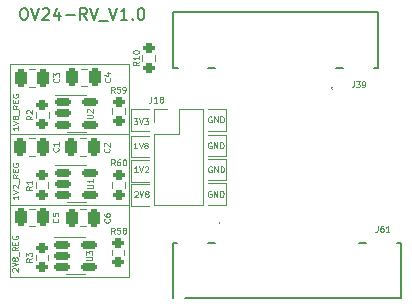
<source format=gto>
G04 #@! TF.GenerationSoftware,KiCad,Pcbnew,9.0.0*
G04 #@! TF.CreationDate,2025-09-01T10:59:56+03:00*
G04 #@! TF.ProjectId,OV24-RV_V1.0,4f563234-2d52-4565-9f56-312e302e6b69,rev?*
G04 #@! TF.SameCoordinates,Original*
G04 #@! TF.FileFunction,Legend,Top*
G04 #@! TF.FilePolarity,Positive*
%FSLAX46Y46*%
G04 Gerber Fmt 4.6, Leading zero omitted, Abs format (unit mm)*
G04 Created by KiCad (PCBNEW 9.0.0) date 2025-09-01 10:59:56*
%MOMM*%
%LPD*%
G01*
G04 APERTURE LIST*
G04 Aperture macros list*
%AMRoundRect*
0 Rectangle with rounded corners*
0 $1 Rounding radius*
0 $2 $3 $4 $5 $6 $7 $8 $9 X,Y pos of 4 corners*
0 Add a 4 corners polygon primitive as box body*
4,1,4,$2,$3,$4,$5,$6,$7,$8,$9,$2,$3,0*
0 Add four circle primitives for the rounded corners*
1,1,$1+$1,$2,$3*
1,1,$1+$1,$4,$5*
1,1,$1+$1,$6,$7*
1,1,$1+$1,$8,$9*
0 Add four rect primitives between the rounded corners*
20,1,$1+$1,$2,$3,$4,$5,0*
20,1,$1+$1,$4,$5,$6,$7,0*
20,1,$1+$1,$6,$7,$8,$9,0*
20,1,$1+$1,$8,$9,$2,$3,0*%
G04 Aperture macros list end*
%ADD10C,0.125000*%
%ADD11C,0.050000*%
%ADD12C,0.150000*%
%ADD13C,0.120000*%
%ADD14C,0.100000*%
%ADD15C,0.200000*%
%ADD16R,2.100000X1.600000*%
%ADD17R,1.300000X0.350000*%
%ADD18R,0.300000X1.100000*%
%ADD19RoundRect,0.200000X-0.275000X0.200000X-0.275000X-0.200000X0.275000X-0.200000X0.275000X0.200000X0*%
%ADD20RoundRect,0.150000X-0.512500X-0.150000X0.512500X-0.150000X0.512500X0.150000X-0.512500X0.150000X0*%
%ADD21RoundRect,0.250000X0.250000X0.475000X-0.250000X0.475000X-0.250000X-0.475000X0.250000X-0.475000X0*%
%ADD22R,1.350000X1.350000*%
%ADD23O,1.350000X1.350000*%
%ADD24RoundRect,0.200000X0.275000X-0.200000X0.275000X0.200000X-0.275000X0.200000X-0.275000X-0.200000X0*%
G04 APERTURE END LIST*
D10*
X54543678Y-82983775D02*
X54519869Y-82959966D01*
X54519869Y-82959966D02*
X54496059Y-82912347D01*
X54496059Y-82912347D02*
X54496059Y-82793299D01*
X54496059Y-82793299D02*
X54519869Y-82745680D01*
X54519869Y-82745680D02*
X54543678Y-82721871D01*
X54543678Y-82721871D02*
X54591297Y-82698061D01*
X54591297Y-82698061D02*
X54638916Y-82698061D01*
X54638916Y-82698061D02*
X54710345Y-82721871D01*
X54710345Y-82721871D02*
X54996059Y-83007585D01*
X54996059Y-83007585D02*
X54996059Y-82698061D01*
X54496059Y-82555204D02*
X54996059Y-82388538D01*
X54996059Y-82388538D02*
X54496059Y-82221871D01*
X54710345Y-81983776D02*
X54686535Y-82031395D01*
X54686535Y-82031395D02*
X54662726Y-82055205D01*
X54662726Y-82055205D02*
X54615107Y-82079014D01*
X54615107Y-82079014D02*
X54591297Y-82079014D01*
X54591297Y-82079014D02*
X54543678Y-82055205D01*
X54543678Y-82055205D02*
X54519869Y-82031395D01*
X54519869Y-82031395D02*
X54496059Y-81983776D01*
X54496059Y-81983776D02*
X54496059Y-81888538D01*
X54496059Y-81888538D02*
X54519869Y-81840919D01*
X54519869Y-81840919D02*
X54543678Y-81817110D01*
X54543678Y-81817110D02*
X54591297Y-81793300D01*
X54591297Y-81793300D02*
X54615107Y-81793300D01*
X54615107Y-81793300D02*
X54662726Y-81817110D01*
X54662726Y-81817110D02*
X54686535Y-81840919D01*
X54686535Y-81840919D02*
X54710345Y-81888538D01*
X54710345Y-81888538D02*
X54710345Y-81983776D01*
X54710345Y-81983776D02*
X54734154Y-82031395D01*
X54734154Y-82031395D02*
X54757964Y-82055205D01*
X54757964Y-82055205D02*
X54805583Y-82079014D01*
X54805583Y-82079014D02*
X54900821Y-82079014D01*
X54900821Y-82079014D02*
X54948440Y-82055205D01*
X54948440Y-82055205D02*
X54972250Y-82031395D01*
X54972250Y-82031395D02*
X54996059Y-81983776D01*
X54996059Y-81983776D02*
X54996059Y-81888538D01*
X54996059Y-81888538D02*
X54972250Y-81840919D01*
X54972250Y-81840919D02*
X54948440Y-81817110D01*
X54948440Y-81817110D02*
X54900821Y-81793300D01*
X54900821Y-81793300D02*
X54805583Y-81793300D01*
X54805583Y-81793300D02*
X54757964Y-81817110D01*
X54757964Y-81817110D02*
X54734154Y-81840919D01*
X54734154Y-81840919D02*
X54710345Y-81888538D01*
X55043678Y-81698063D02*
X55043678Y-81317110D01*
X54996059Y-80912349D02*
X54757964Y-81079015D01*
X54996059Y-81198063D02*
X54496059Y-81198063D01*
X54496059Y-81198063D02*
X54496059Y-81007587D01*
X54496059Y-81007587D02*
X54519869Y-80959968D01*
X54519869Y-80959968D02*
X54543678Y-80936158D01*
X54543678Y-80936158D02*
X54591297Y-80912349D01*
X54591297Y-80912349D02*
X54662726Y-80912349D01*
X54662726Y-80912349D02*
X54710345Y-80936158D01*
X54710345Y-80936158D02*
X54734154Y-80959968D01*
X54734154Y-80959968D02*
X54757964Y-81007587D01*
X54757964Y-81007587D02*
X54757964Y-81198063D01*
X54734154Y-80698063D02*
X54734154Y-80531396D01*
X54996059Y-80459968D02*
X54996059Y-80698063D01*
X54996059Y-80698063D02*
X54496059Y-80698063D01*
X54496059Y-80698063D02*
X54496059Y-80459968D01*
X54519869Y-79983777D02*
X54496059Y-80031396D01*
X54496059Y-80031396D02*
X54496059Y-80102825D01*
X54496059Y-80102825D02*
X54519869Y-80174253D01*
X54519869Y-80174253D02*
X54567488Y-80221872D01*
X54567488Y-80221872D02*
X54615107Y-80245682D01*
X54615107Y-80245682D02*
X54710345Y-80269491D01*
X54710345Y-80269491D02*
X54781773Y-80269491D01*
X54781773Y-80269491D02*
X54877011Y-80245682D01*
X54877011Y-80245682D02*
X54924630Y-80221872D01*
X54924630Y-80221872D02*
X54972250Y-80174253D01*
X54972250Y-80174253D02*
X54996059Y-80102825D01*
X54996059Y-80102825D02*
X54996059Y-80055206D01*
X54996059Y-80055206D02*
X54972250Y-79983777D01*
X54972250Y-79983777D02*
X54948440Y-79959968D01*
X54948440Y-79959968D02*
X54781773Y-79959968D01*
X54781773Y-79959968D02*
X54781773Y-80055206D01*
X55026059Y-76548061D02*
X55026059Y-76833775D01*
X55026059Y-76690918D02*
X54526059Y-76690918D01*
X54526059Y-76690918D02*
X54597488Y-76738537D01*
X54597488Y-76738537D02*
X54645107Y-76786156D01*
X54645107Y-76786156D02*
X54668916Y-76833775D01*
X54526059Y-76405204D02*
X55026059Y-76238538D01*
X55026059Y-76238538D02*
X54526059Y-76071871D01*
X54573678Y-75929014D02*
X54549869Y-75905205D01*
X54549869Y-75905205D02*
X54526059Y-75857586D01*
X54526059Y-75857586D02*
X54526059Y-75738538D01*
X54526059Y-75738538D02*
X54549869Y-75690919D01*
X54549869Y-75690919D02*
X54573678Y-75667110D01*
X54573678Y-75667110D02*
X54621297Y-75643300D01*
X54621297Y-75643300D02*
X54668916Y-75643300D01*
X54668916Y-75643300D02*
X54740345Y-75667110D01*
X54740345Y-75667110D02*
X55026059Y-75952824D01*
X55026059Y-75952824D02*
X55026059Y-75643300D01*
X55073678Y-75548063D02*
X55073678Y-75167110D01*
X55026059Y-74762349D02*
X54787964Y-74929015D01*
X55026059Y-75048063D02*
X54526059Y-75048063D01*
X54526059Y-75048063D02*
X54526059Y-74857587D01*
X54526059Y-74857587D02*
X54549869Y-74809968D01*
X54549869Y-74809968D02*
X54573678Y-74786158D01*
X54573678Y-74786158D02*
X54621297Y-74762349D01*
X54621297Y-74762349D02*
X54692726Y-74762349D01*
X54692726Y-74762349D02*
X54740345Y-74786158D01*
X54740345Y-74786158D02*
X54764154Y-74809968D01*
X54764154Y-74809968D02*
X54787964Y-74857587D01*
X54787964Y-74857587D02*
X54787964Y-75048063D01*
X54764154Y-74548063D02*
X54764154Y-74381396D01*
X55026059Y-74309968D02*
X55026059Y-74548063D01*
X55026059Y-74548063D02*
X54526059Y-74548063D01*
X54526059Y-74548063D02*
X54526059Y-74309968D01*
X54549869Y-73833777D02*
X54526059Y-73881396D01*
X54526059Y-73881396D02*
X54526059Y-73952825D01*
X54526059Y-73952825D02*
X54549869Y-74024253D01*
X54549869Y-74024253D02*
X54597488Y-74071872D01*
X54597488Y-74071872D02*
X54645107Y-74095682D01*
X54645107Y-74095682D02*
X54740345Y-74119491D01*
X54740345Y-74119491D02*
X54811773Y-74119491D01*
X54811773Y-74119491D02*
X54907011Y-74095682D01*
X54907011Y-74095682D02*
X54954630Y-74071872D01*
X54954630Y-74071872D02*
X55002250Y-74024253D01*
X55002250Y-74024253D02*
X55026059Y-73952825D01*
X55026059Y-73952825D02*
X55026059Y-73905206D01*
X55026059Y-73905206D02*
X55002250Y-73833777D01*
X55002250Y-73833777D02*
X54978440Y-73809968D01*
X54978440Y-73809968D02*
X54811773Y-73809968D01*
X54811773Y-73809968D02*
X54811773Y-73905206D01*
X55026059Y-70698061D02*
X55026059Y-70983775D01*
X55026059Y-70840918D02*
X54526059Y-70840918D01*
X54526059Y-70840918D02*
X54597488Y-70888537D01*
X54597488Y-70888537D02*
X54645107Y-70936156D01*
X54645107Y-70936156D02*
X54668916Y-70983775D01*
X54526059Y-70555204D02*
X55026059Y-70388538D01*
X55026059Y-70388538D02*
X54526059Y-70221871D01*
X54740345Y-69983776D02*
X54716535Y-70031395D01*
X54716535Y-70031395D02*
X54692726Y-70055205D01*
X54692726Y-70055205D02*
X54645107Y-70079014D01*
X54645107Y-70079014D02*
X54621297Y-70079014D01*
X54621297Y-70079014D02*
X54573678Y-70055205D01*
X54573678Y-70055205D02*
X54549869Y-70031395D01*
X54549869Y-70031395D02*
X54526059Y-69983776D01*
X54526059Y-69983776D02*
X54526059Y-69888538D01*
X54526059Y-69888538D02*
X54549869Y-69840919D01*
X54549869Y-69840919D02*
X54573678Y-69817110D01*
X54573678Y-69817110D02*
X54621297Y-69793300D01*
X54621297Y-69793300D02*
X54645107Y-69793300D01*
X54645107Y-69793300D02*
X54692726Y-69817110D01*
X54692726Y-69817110D02*
X54716535Y-69840919D01*
X54716535Y-69840919D02*
X54740345Y-69888538D01*
X54740345Y-69888538D02*
X54740345Y-69983776D01*
X54740345Y-69983776D02*
X54764154Y-70031395D01*
X54764154Y-70031395D02*
X54787964Y-70055205D01*
X54787964Y-70055205D02*
X54835583Y-70079014D01*
X54835583Y-70079014D02*
X54930821Y-70079014D01*
X54930821Y-70079014D02*
X54978440Y-70055205D01*
X54978440Y-70055205D02*
X55002250Y-70031395D01*
X55002250Y-70031395D02*
X55026059Y-69983776D01*
X55026059Y-69983776D02*
X55026059Y-69888538D01*
X55026059Y-69888538D02*
X55002250Y-69840919D01*
X55002250Y-69840919D02*
X54978440Y-69817110D01*
X54978440Y-69817110D02*
X54930821Y-69793300D01*
X54930821Y-69793300D02*
X54835583Y-69793300D01*
X54835583Y-69793300D02*
X54787964Y-69817110D01*
X54787964Y-69817110D02*
X54764154Y-69840919D01*
X54764154Y-69840919D02*
X54740345Y-69888538D01*
X55073678Y-69698063D02*
X55073678Y-69317110D01*
X55026059Y-68912349D02*
X54787964Y-69079015D01*
X55026059Y-69198063D02*
X54526059Y-69198063D01*
X54526059Y-69198063D02*
X54526059Y-69007587D01*
X54526059Y-69007587D02*
X54549869Y-68959968D01*
X54549869Y-68959968D02*
X54573678Y-68936158D01*
X54573678Y-68936158D02*
X54621297Y-68912349D01*
X54621297Y-68912349D02*
X54692726Y-68912349D01*
X54692726Y-68912349D02*
X54740345Y-68936158D01*
X54740345Y-68936158D02*
X54764154Y-68959968D01*
X54764154Y-68959968D02*
X54787964Y-69007587D01*
X54787964Y-69007587D02*
X54787964Y-69198063D01*
X54764154Y-68698063D02*
X54764154Y-68531396D01*
X55026059Y-68459968D02*
X55026059Y-68698063D01*
X55026059Y-68698063D02*
X54526059Y-68698063D01*
X54526059Y-68698063D02*
X54526059Y-68459968D01*
X54549869Y-67983777D02*
X54526059Y-68031396D01*
X54526059Y-68031396D02*
X54526059Y-68102825D01*
X54526059Y-68102825D02*
X54549869Y-68174253D01*
X54549869Y-68174253D02*
X54597488Y-68221872D01*
X54597488Y-68221872D02*
X54645107Y-68245682D01*
X54645107Y-68245682D02*
X54740345Y-68269491D01*
X54740345Y-68269491D02*
X54811773Y-68269491D01*
X54811773Y-68269491D02*
X54907011Y-68245682D01*
X54907011Y-68245682D02*
X54954630Y-68221872D01*
X54954630Y-68221872D02*
X55002250Y-68174253D01*
X55002250Y-68174253D02*
X55026059Y-68102825D01*
X55026059Y-68102825D02*
X55026059Y-68055206D01*
X55026059Y-68055206D02*
X55002250Y-67983777D01*
X55002250Y-67983777D02*
X54978440Y-67959968D01*
X54978440Y-67959968D02*
X54811773Y-67959968D01*
X54811773Y-67959968D02*
X54811773Y-68055206D01*
D11*
X54323750Y-77351250D02*
X64373750Y-77351250D01*
X64373750Y-83481250D01*
X54323750Y-83481250D01*
X54323750Y-77351250D01*
X54323750Y-71381250D02*
X64373750Y-71381250D01*
X64373750Y-77351250D01*
X54323750Y-77351250D01*
X54323750Y-71381250D01*
X54323750Y-65411250D02*
X64373750Y-65411250D01*
X64373750Y-71381250D01*
X54323750Y-71381250D01*
X54323750Y-65411250D01*
D12*
X55401005Y-60681069D02*
X55591481Y-60681069D01*
X55591481Y-60681069D02*
X55686719Y-60728688D01*
X55686719Y-60728688D02*
X55781957Y-60823926D01*
X55781957Y-60823926D02*
X55829576Y-61014402D01*
X55829576Y-61014402D02*
X55829576Y-61347735D01*
X55829576Y-61347735D02*
X55781957Y-61538211D01*
X55781957Y-61538211D02*
X55686719Y-61633450D01*
X55686719Y-61633450D02*
X55591481Y-61681069D01*
X55591481Y-61681069D02*
X55401005Y-61681069D01*
X55401005Y-61681069D02*
X55305767Y-61633450D01*
X55305767Y-61633450D02*
X55210529Y-61538211D01*
X55210529Y-61538211D02*
X55162910Y-61347735D01*
X55162910Y-61347735D02*
X55162910Y-61014402D01*
X55162910Y-61014402D02*
X55210529Y-60823926D01*
X55210529Y-60823926D02*
X55305767Y-60728688D01*
X55305767Y-60728688D02*
X55401005Y-60681069D01*
X56115291Y-60681069D02*
X56448624Y-61681069D01*
X56448624Y-61681069D02*
X56781957Y-60681069D01*
X57067672Y-60776307D02*
X57115291Y-60728688D01*
X57115291Y-60728688D02*
X57210529Y-60681069D01*
X57210529Y-60681069D02*
X57448624Y-60681069D01*
X57448624Y-60681069D02*
X57543862Y-60728688D01*
X57543862Y-60728688D02*
X57591481Y-60776307D01*
X57591481Y-60776307D02*
X57639100Y-60871545D01*
X57639100Y-60871545D02*
X57639100Y-60966783D01*
X57639100Y-60966783D02*
X57591481Y-61109640D01*
X57591481Y-61109640D02*
X57020053Y-61681069D01*
X57020053Y-61681069D02*
X57639100Y-61681069D01*
X58496243Y-61014402D02*
X58496243Y-61681069D01*
X58258148Y-60633450D02*
X58020053Y-61347735D01*
X58020053Y-61347735D02*
X58639100Y-61347735D01*
X59020053Y-61300116D02*
X59781958Y-61300116D01*
X60829576Y-61681069D02*
X60496243Y-61204878D01*
X60258148Y-61681069D02*
X60258148Y-60681069D01*
X60258148Y-60681069D02*
X60639100Y-60681069D01*
X60639100Y-60681069D02*
X60734338Y-60728688D01*
X60734338Y-60728688D02*
X60781957Y-60776307D01*
X60781957Y-60776307D02*
X60829576Y-60871545D01*
X60829576Y-60871545D02*
X60829576Y-61014402D01*
X60829576Y-61014402D02*
X60781957Y-61109640D01*
X60781957Y-61109640D02*
X60734338Y-61157259D01*
X60734338Y-61157259D02*
X60639100Y-61204878D01*
X60639100Y-61204878D02*
X60258148Y-61204878D01*
X61115291Y-60681069D02*
X61448624Y-61681069D01*
X61448624Y-61681069D02*
X61781957Y-60681069D01*
X61877196Y-61776307D02*
X62639100Y-61776307D01*
X62734339Y-60681069D02*
X63067672Y-61681069D01*
X63067672Y-61681069D02*
X63401005Y-60681069D01*
X64258148Y-61681069D02*
X63686720Y-61681069D01*
X63972434Y-61681069D02*
X63972434Y-60681069D01*
X63972434Y-60681069D02*
X63877196Y-60823926D01*
X63877196Y-60823926D02*
X63781958Y-60919164D01*
X63781958Y-60919164D02*
X63686720Y-60966783D01*
X64686720Y-61585830D02*
X64734339Y-61633450D01*
X64734339Y-61633450D02*
X64686720Y-61681069D01*
X64686720Y-61681069D02*
X64639101Y-61633450D01*
X64639101Y-61633450D02*
X64686720Y-61585830D01*
X64686720Y-61585830D02*
X64686720Y-61681069D01*
X65353386Y-60681069D02*
X65448624Y-60681069D01*
X65448624Y-60681069D02*
X65543862Y-60728688D01*
X65543862Y-60728688D02*
X65591481Y-60776307D01*
X65591481Y-60776307D02*
X65639100Y-60871545D01*
X65639100Y-60871545D02*
X65686719Y-61062021D01*
X65686719Y-61062021D02*
X65686719Y-61300116D01*
X65686719Y-61300116D02*
X65639100Y-61490592D01*
X65639100Y-61490592D02*
X65591481Y-61585830D01*
X65591481Y-61585830D02*
X65543862Y-61633450D01*
X65543862Y-61633450D02*
X65448624Y-61681069D01*
X65448624Y-61681069D02*
X65353386Y-61681069D01*
X65353386Y-61681069D02*
X65258148Y-61633450D01*
X65258148Y-61633450D02*
X65210529Y-61585830D01*
X65210529Y-61585830D02*
X65162910Y-61490592D01*
X65162910Y-61490592D02*
X65115291Y-61300116D01*
X65115291Y-61300116D02*
X65115291Y-61062021D01*
X65115291Y-61062021D02*
X65162910Y-60871545D01*
X65162910Y-60871545D02*
X65210529Y-60776307D01*
X65210529Y-60776307D02*
X65258148Y-60728688D01*
X65258148Y-60728688D02*
X65353386Y-60681069D01*
D10*
X71366938Y-69877369D02*
X71319319Y-69853559D01*
X71319319Y-69853559D02*
X71247890Y-69853559D01*
X71247890Y-69853559D02*
X71176462Y-69877369D01*
X71176462Y-69877369D02*
X71128843Y-69924988D01*
X71128843Y-69924988D02*
X71105033Y-69972607D01*
X71105033Y-69972607D02*
X71081224Y-70067845D01*
X71081224Y-70067845D02*
X71081224Y-70139273D01*
X71081224Y-70139273D02*
X71105033Y-70234511D01*
X71105033Y-70234511D02*
X71128843Y-70282130D01*
X71128843Y-70282130D02*
X71176462Y-70329750D01*
X71176462Y-70329750D02*
X71247890Y-70353559D01*
X71247890Y-70353559D02*
X71295509Y-70353559D01*
X71295509Y-70353559D02*
X71366938Y-70329750D01*
X71366938Y-70329750D02*
X71390747Y-70305940D01*
X71390747Y-70305940D02*
X71390747Y-70139273D01*
X71390747Y-70139273D02*
X71295509Y-70139273D01*
X71605033Y-70353559D02*
X71605033Y-69853559D01*
X71605033Y-69853559D02*
X71890747Y-70353559D01*
X71890747Y-70353559D02*
X71890747Y-69853559D01*
X72128843Y-70353559D02*
X72128843Y-69853559D01*
X72128843Y-69853559D02*
X72247891Y-69853559D01*
X72247891Y-69853559D02*
X72319319Y-69877369D01*
X72319319Y-69877369D02*
X72366938Y-69924988D01*
X72366938Y-69924988D02*
X72390748Y-69972607D01*
X72390748Y-69972607D02*
X72414557Y-70067845D01*
X72414557Y-70067845D02*
X72414557Y-70139273D01*
X72414557Y-70139273D02*
X72390748Y-70234511D01*
X72390748Y-70234511D02*
X72366938Y-70282130D01*
X72366938Y-70282130D02*
X72319319Y-70329750D01*
X72319319Y-70329750D02*
X72247891Y-70353559D01*
X72247891Y-70353559D02*
X72128843Y-70353559D01*
D13*
X72583750Y-71051250D02*
X72583750Y-69211250D01*
X71103750Y-71051250D02*
X72583750Y-71051250D01*
X72583750Y-69211250D02*
X71083750Y-69211250D01*
X72593750Y-73431250D02*
X71093750Y-73431250D01*
X71113750Y-75271250D02*
X72593750Y-75271250D01*
D10*
X71376938Y-74097369D02*
X71329319Y-74073559D01*
X71329319Y-74073559D02*
X71257890Y-74073559D01*
X71257890Y-74073559D02*
X71186462Y-74097369D01*
X71186462Y-74097369D02*
X71138843Y-74144988D01*
X71138843Y-74144988D02*
X71115033Y-74192607D01*
X71115033Y-74192607D02*
X71091224Y-74287845D01*
X71091224Y-74287845D02*
X71091224Y-74359273D01*
X71091224Y-74359273D02*
X71115033Y-74454511D01*
X71115033Y-74454511D02*
X71138843Y-74502130D01*
X71138843Y-74502130D02*
X71186462Y-74549750D01*
X71186462Y-74549750D02*
X71257890Y-74573559D01*
X71257890Y-74573559D02*
X71305509Y-74573559D01*
X71305509Y-74573559D02*
X71376938Y-74549750D01*
X71376938Y-74549750D02*
X71400747Y-74525940D01*
X71400747Y-74525940D02*
X71400747Y-74359273D01*
X71400747Y-74359273D02*
X71305509Y-74359273D01*
X71615033Y-74573559D02*
X71615033Y-74073559D01*
X71615033Y-74073559D02*
X71900747Y-74573559D01*
X71900747Y-74573559D02*
X71900747Y-74073559D01*
X72138843Y-74573559D02*
X72138843Y-74073559D01*
X72138843Y-74073559D02*
X72257891Y-74073559D01*
X72257891Y-74073559D02*
X72329319Y-74097369D01*
X72329319Y-74097369D02*
X72376938Y-74144988D01*
X72376938Y-74144988D02*
X72400748Y-74192607D01*
X72400748Y-74192607D02*
X72424557Y-74287845D01*
X72424557Y-74287845D02*
X72424557Y-74359273D01*
X72424557Y-74359273D02*
X72400748Y-74454511D01*
X72400748Y-74454511D02*
X72376938Y-74502130D01*
X72376938Y-74502130D02*
X72329319Y-74549750D01*
X72329319Y-74549750D02*
X72257891Y-74573559D01*
X72257891Y-74573559D02*
X72138843Y-74573559D01*
X71356938Y-72067369D02*
X71309319Y-72043559D01*
X71309319Y-72043559D02*
X71237890Y-72043559D01*
X71237890Y-72043559D02*
X71166462Y-72067369D01*
X71166462Y-72067369D02*
X71118843Y-72114988D01*
X71118843Y-72114988D02*
X71095033Y-72162607D01*
X71095033Y-72162607D02*
X71071224Y-72257845D01*
X71071224Y-72257845D02*
X71071224Y-72329273D01*
X71071224Y-72329273D02*
X71095033Y-72424511D01*
X71095033Y-72424511D02*
X71118843Y-72472130D01*
X71118843Y-72472130D02*
X71166462Y-72519750D01*
X71166462Y-72519750D02*
X71237890Y-72543559D01*
X71237890Y-72543559D02*
X71285509Y-72543559D01*
X71285509Y-72543559D02*
X71356938Y-72519750D01*
X71356938Y-72519750D02*
X71380747Y-72495940D01*
X71380747Y-72495940D02*
X71380747Y-72329273D01*
X71380747Y-72329273D02*
X71285509Y-72329273D01*
X71595033Y-72543559D02*
X71595033Y-72043559D01*
X71595033Y-72043559D02*
X71880747Y-72543559D01*
X71880747Y-72543559D02*
X71880747Y-72043559D01*
X72118843Y-72543559D02*
X72118843Y-72043559D01*
X72118843Y-72043559D02*
X72237891Y-72043559D01*
X72237891Y-72043559D02*
X72309319Y-72067369D01*
X72309319Y-72067369D02*
X72356938Y-72114988D01*
X72356938Y-72114988D02*
X72380748Y-72162607D01*
X72380748Y-72162607D02*
X72404557Y-72257845D01*
X72404557Y-72257845D02*
X72404557Y-72329273D01*
X72404557Y-72329273D02*
X72380748Y-72424511D01*
X72380748Y-72424511D02*
X72356938Y-72472130D01*
X72356938Y-72472130D02*
X72309319Y-72519750D01*
X72309319Y-72519750D02*
X72237891Y-72543559D01*
X72237891Y-72543559D02*
X72118843Y-72543559D01*
D13*
X72573750Y-73241250D02*
X72573750Y-71401250D01*
X71093750Y-73241250D02*
X72573750Y-73241250D01*
X72573750Y-71401250D02*
X71073750Y-71401250D01*
X72593750Y-75271250D02*
X72593750Y-73431250D01*
X71093750Y-77361250D02*
X72573750Y-77361250D01*
X72573750Y-75521250D02*
X71073750Y-75521250D01*
X72573750Y-77361250D02*
X72573750Y-75521250D01*
D10*
X71356938Y-76187369D02*
X71309319Y-76163559D01*
X71309319Y-76163559D02*
X71237890Y-76163559D01*
X71237890Y-76163559D02*
X71166462Y-76187369D01*
X71166462Y-76187369D02*
X71118843Y-76234988D01*
X71118843Y-76234988D02*
X71095033Y-76282607D01*
X71095033Y-76282607D02*
X71071224Y-76377845D01*
X71071224Y-76377845D02*
X71071224Y-76449273D01*
X71071224Y-76449273D02*
X71095033Y-76544511D01*
X71095033Y-76544511D02*
X71118843Y-76592130D01*
X71118843Y-76592130D02*
X71166462Y-76639750D01*
X71166462Y-76639750D02*
X71237890Y-76663559D01*
X71237890Y-76663559D02*
X71285509Y-76663559D01*
X71285509Y-76663559D02*
X71356938Y-76639750D01*
X71356938Y-76639750D02*
X71380747Y-76615940D01*
X71380747Y-76615940D02*
X71380747Y-76449273D01*
X71380747Y-76449273D02*
X71285509Y-76449273D01*
X71595033Y-76663559D02*
X71595033Y-76163559D01*
X71595033Y-76163559D02*
X71880747Y-76663559D01*
X71880747Y-76663559D02*
X71880747Y-76163559D01*
X72118843Y-76663559D02*
X72118843Y-76163559D01*
X72118843Y-76163559D02*
X72237891Y-76163559D01*
X72237891Y-76163559D02*
X72309319Y-76187369D01*
X72309319Y-76187369D02*
X72356938Y-76234988D01*
X72356938Y-76234988D02*
X72380748Y-76282607D01*
X72380748Y-76282607D02*
X72404557Y-76377845D01*
X72404557Y-76377845D02*
X72404557Y-76449273D01*
X72404557Y-76449273D02*
X72380748Y-76544511D01*
X72380748Y-76544511D02*
X72356938Y-76592130D01*
X72356938Y-76592130D02*
X72309319Y-76639750D01*
X72309319Y-76639750D02*
X72237891Y-76663559D01*
X72237891Y-76663559D02*
X72118843Y-76663559D01*
D13*
X66073750Y-75611250D02*
X64593750Y-75611250D01*
X64593750Y-77451250D02*
X66093750Y-77451250D01*
X64593750Y-75611250D02*
X64593750Y-77451250D01*
X66063750Y-73551250D02*
X64583750Y-73551250D01*
X64583750Y-75391250D02*
X66083750Y-75391250D01*
X64583750Y-73551250D02*
X64583750Y-75391250D01*
X66043750Y-71471250D02*
X64563750Y-71471250D01*
X64563750Y-73311250D02*
X66063750Y-73311250D01*
X64563750Y-71471250D02*
X64563750Y-73311250D01*
X64563750Y-71081250D02*
X66063750Y-71081250D01*
X64563750Y-69241250D02*
X64563750Y-71081250D01*
X66043750Y-69241250D02*
X64563750Y-69241250D01*
D10*
X64851224Y-76211178D02*
X64875033Y-76187369D01*
X64875033Y-76187369D02*
X64922652Y-76163559D01*
X64922652Y-76163559D02*
X65041700Y-76163559D01*
X65041700Y-76163559D02*
X65089319Y-76187369D01*
X65089319Y-76187369D02*
X65113128Y-76211178D01*
X65113128Y-76211178D02*
X65136938Y-76258797D01*
X65136938Y-76258797D02*
X65136938Y-76306416D01*
X65136938Y-76306416D02*
X65113128Y-76377845D01*
X65113128Y-76377845D02*
X64827414Y-76663559D01*
X64827414Y-76663559D02*
X65136938Y-76663559D01*
X65279795Y-76163559D02*
X65446461Y-76663559D01*
X65446461Y-76663559D02*
X65613128Y-76163559D01*
X65851223Y-76377845D02*
X65803604Y-76354035D01*
X65803604Y-76354035D02*
X65779794Y-76330226D01*
X65779794Y-76330226D02*
X65755985Y-76282607D01*
X65755985Y-76282607D02*
X65755985Y-76258797D01*
X65755985Y-76258797D02*
X65779794Y-76211178D01*
X65779794Y-76211178D02*
X65803604Y-76187369D01*
X65803604Y-76187369D02*
X65851223Y-76163559D01*
X65851223Y-76163559D02*
X65946461Y-76163559D01*
X65946461Y-76163559D02*
X65994080Y-76187369D01*
X65994080Y-76187369D02*
X66017889Y-76211178D01*
X66017889Y-76211178D02*
X66041699Y-76258797D01*
X66041699Y-76258797D02*
X66041699Y-76282607D01*
X66041699Y-76282607D02*
X66017889Y-76330226D01*
X66017889Y-76330226D02*
X65994080Y-76354035D01*
X65994080Y-76354035D02*
X65946461Y-76377845D01*
X65946461Y-76377845D02*
X65851223Y-76377845D01*
X65851223Y-76377845D02*
X65803604Y-76401654D01*
X65803604Y-76401654D02*
X65779794Y-76425464D01*
X65779794Y-76425464D02*
X65755985Y-76473083D01*
X65755985Y-76473083D02*
X65755985Y-76568321D01*
X65755985Y-76568321D02*
X65779794Y-76615940D01*
X65779794Y-76615940D02*
X65803604Y-76639750D01*
X65803604Y-76639750D02*
X65851223Y-76663559D01*
X65851223Y-76663559D02*
X65946461Y-76663559D01*
X65946461Y-76663559D02*
X65994080Y-76639750D01*
X65994080Y-76639750D02*
X66017889Y-76615940D01*
X66017889Y-76615940D02*
X66041699Y-76568321D01*
X66041699Y-76568321D02*
X66041699Y-76473083D01*
X66041699Y-76473083D02*
X66017889Y-76425464D01*
X66017889Y-76425464D02*
X65994080Y-76401654D01*
X65994080Y-76401654D02*
X65946461Y-76377845D01*
X65126938Y-74583559D02*
X64841224Y-74583559D01*
X64984081Y-74583559D02*
X64984081Y-74083559D01*
X64984081Y-74083559D02*
X64936462Y-74154988D01*
X64936462Y-74154988D02*
X64888843Y-74202607D01*
X64888843Y-74202607D02*
X64841224Y-74226416D01*
X65269795Y-74083559D02*
X65436461Y-74583559D01*
X65436461Y-74583559D02*
X65603128Y-74083559D01*
X65745985Y-74131178D02*
X65769794Y-74107369D01*
X65769794Y-74107369D02*
X65817413Y-74083559D01*
X65817413Y-74083559D02*
X65936461Y-74083559D01*
X65936461Y-74083559D02*
X65984080Y-74107369D01*
X65984080Y-74107369D02*
X66007889Y-74131178D01*
X66007889Y-74131178D02*
X66031699Y-74178797D01*
X66031699Y-74178797D02*
X66031699Y-74226416D01*
X66031699Y-74226416D02*
X66007889Y-74297845D01*
X66007889Y-74297845D02*
X65722175Y-74583559D01*
X65722175Y-74583559D02*
X66031699Y-74583559D01*
X65066938Y-72563559D02*
X64781224Y-72563559D01*
X64924081Y-72563559D02*
X64924081Y-72063559D01*
X64924081Y-72063559D02*
X64876462Y-72134988D01*
X64876462Y-72134988D02*
X64828843Y-72182607D01*
X64828843Y-72182607D02*
X64781224Y-72206416D01*
X65209795Y-72063559D02*
X65376461Y-72563559D01*
X65376461Y-72563559D02*
X65543128Y-72063559D01*
X65781223Y-72277845D02*
X65733604Y-72254035D01*
X65733604Y-72254035D02*
X65709794Y-72230226D01*
X65709794Y-72230226D02*
X65685985Y-72182607D01*
X65685985Y-72182607D02*
X65685985Y-72158797D01*
X65685985Y-72158797D02*
X65709794Y-72111178D01*
X65709794Y-72111178D02*
X65733604Y-72087369D01*
X65733604Y-72087369D02*
X65781223Y-72063559D01*
X65781223Y-72063559D02*
X65876461Y-72063559D01*
X65876461Y-72063559D02*
X65924080Y-72087369D01*
X65924080Y-72087369D02*
X65947889Y-72111178D01*
X65947889Y-72111178D02*
X65971699Y-72158797D01*
X65971699Y-72158797D02*
X65971699Y-72182607D01*
X65971699Y-72182607D02*
X65947889Y-72230226D01*
X65947889Y-72230226D02*
X65924080Y-72254035D01*
X65924080Y-72254035D02*
X65876461Y-72277845D01*
X65876461Y-72277845D02*
X65781223Y-72277845D01*
X65781223Y-72277845D02*
X65733604Y-72301654D01*
X65733604Y-72301654D02*
X65709794Y-72325464D01*
X65709794Y-72325464D02*
X65685985Y-72373083D01*
X65685985Y-72373083D02*
X65685985Y-72468321D01*
X65685985Y-72468321D02*
X65709794Y-72515940D01*
X65709794Y-72515940D02*
X65733604Y-72539750D01*
X65733604Y-72539750D02*
X65781223Y-72563559D01*
X65781223Y-72563559D02*
X65876461Y-72563559D01*
X65876461Y-72563559D02*
X65924080Y-72539750D01*
X65924080Y-72539750D02*
X65947889Y-72515940D01*
X65947889Y-72515940D02*
X65971699Y-72468321D01*
X65971699Y-72468321D02*
X65971699Y-72373083D01*
X65971699Y-72373083D02*
X65947889Y-72325464D01*
X65947889Y-72325464D02*
X65924080Y-72301654D01*
X65924080Y-72301654D02*
X65876461Y-72277845D01*
X64787414Y-70023559D02*
X65096938Y-70023559D01*
X65096938Y-70023559D02*
X64930271Y-70214035D01*
X64930271Y-70214035D02*
X65001700Y-70214035D01*
X65001700Y-70214035D02*
X65049319Y-70237845D01*
X65049319Y-70237845D02*
X65073128Y-70261654D01*
X65073128Y-70261654D02*
X65096938Y-70309273D01*
X65096938Y-70309273D02*
X65096938Y-70428321D01*
X65096938Y-70428321D02*
X65073128Y-70475940D01*
X65073128Y-70475940D02*
X65049319Y-70499750D01*
X65049319Y-70499750D02*
X65001700Y-70523559D01*
X65001700Y-70523559D02*
X64858843Y-70523559D01*
X64858843Y-70523559D02*
X64811224Y-70499750D01*
X64811224Y-70499750D02*
X64787414Y-70475940D01*
X65239795Y-70023559D02*
X65406461Y-70523559D01*
X65406461Y-70523559D02*
X65573128Y-70023559D01*
X65692175Y-70023559D02*
X66001699Y-70023559D01*
X66001699Y-70023559D02*
X65835032Y-70214035D01*
X65835032Y-70214035D02*
X65906461Y-70214035D01*
X65906461Y-70214035D02*
X65954080Y-70237845D01*
X65954080Y-70237845D02*
X65977889Y-70261654D01*
X65977889Y-70261654D02*
X66001699Y-70309273D01*
X66001699Y-70309273D02*
X66001699Y-70428321D01*
X66001699Y-70428321D02*
X65977889Y-70475940D01*
X65977889Y-70475940D02*
X65954080Y-70499750D01*
X65954080Y-70499750D02*
X65906461Y-70523559D01*
X65906461Y-70523559D02*
X65763604Y-70523559D01*
X65763604Y-70523559D02*
X65715985Y-70499750D01*
X65715985Y-70499750D02*
X65692175Y-70475940D01*
D14*
X85448988Y-79127359D02*
X85448988Y-79484502D01*
X85448988Y-79484502D02*
X85425179Y-79555930D01*
X85425179Y-79555930D02*
X85377560Y-79603550D01*
X85377560Y-79603550D02*
X85306131Y-79627359D01*
X85306131Y-79627359D02*
X85258512Y-79627359D01*
X85901369Y-79127359D02*
X85806131Y-79127359D01*
X85806131Y-79127359D02*
X85758512Y-79151169D01*
X85758512Y-79151169D02*
X85734702Y-79174978D01*
X85734702Y-79174978D02*
X85687083Y-79246407D01*
X85687083Y-79246407D02*
X85663274Y-79341645D01*
X85663274Y-79341645D02*
X85663274Y-79532121D01*
X85663274Y-79532121D02*
X85687083Y-79579740D01*
X85687083Y-79579740D02*
X85710893Y-79603550D01*
X85710893Y-79603550D02*
X85758512Y-79627359D01*
X85758512Y-79627359D02*
X85853750Y-79627359D01*
X85853750Y-79627359D02*
X85901369Y-79603550D01*
X85901369Y-79603550D02*
X85925178Y-79579740D01*
X85925178Y-79579740D02*
X85948988Y-79532121D01*
X85948988Y-79532121D02*
X85948988Y-79413073D01*
X85948988Y-79413073D02*
X85925178Y-79365454D01*
X85925178Y-79365454D02*
X85901369Y-79341645D01*
X85901369Y-79341645D02*
X85853750Y-79317835D01*
X85853750Y-79317835D02*
X85758512Y-79317835D01*
X85758512Y-79317835D02*
X85710893Y-79341645D01*
X85710893Y-79341645D02*
X85687083Y-79365454D01*
X85687083Y-79365454D02*
X85663274Y-79413073D01*
X86425178Y-79627359D02*
X86139464Y-79627359D01*
X86282321Y-79627359D02*
X86282321Y-79127359D01*
X86282321Y-79127359D02*
X86234702Y-79198788D01*
X86234702Y-79198788D02*
X86187083Y-79246407D01*
X86187083Y-79246407D02*
X86139464Y-79270216D01*
X83418988Y-66877359D02*
X83418988Y-67234502D01*
X83418988Y-67234502D02*
X83395179Y-67305930D01*
X83395179Y-67305930D02*
X83347560Y-67353550D01*
X83347560Y-67353550D02*
X83276131Y-67377359D01*
X83276131Y-67377359D02*
X83228512Y-67377359D01*
X83609464Y-66877359D02*
X83918988Y-66877359D01*
X83918988Y-66877359D02*
X83752321Y-67067835D01*
X83752321Y-67067835D02*
X83823750Y-67067835D01*
X83823750Y-67067835D02*
X83871369Y-67091645D01*
X83871369Y-67091645D02*
X83895178Y-67115454D01*
X83895178Y-67115454D02*
X83918988Y-67163073D01*
X83918988Y-67163073D02*
X83918988Y-67282121D01*
X83918988Y-67282121D02*
X83895178Y-67329740D01*
X83895178Y-67329740D02*
X83871369Y-67353550D01*
X83871369Y-67353550D02*
X83823750Y-67377359D01*
X83823750Y-67377359D02*
X83680893Y-67377359D01*
X83680893Y-67377359D02*
X83633274Y-67353550D01*
X83633274Y-67353550D02*
X83609464Y-67329740D01*
X84157083Y-67377359D02*
X84252321Y-67377359D01*
X84252321Y-67377359D02*
X84299940Y-67353550D01*
X84299940Y-67353550D02*
X84323749Y-67329740D01*
X84323749Y-67329740D02*
X84371368Y-67258311D01*
X84371368Y-67258311D02*
X84395178Y-67163073D01*
X84395178Y-67163073D02*
X84395178Y-66972597D01*
X84395178Y-66972597D02*
X84371368Y-66924978D01*
X84371368Y-66924978D02*
X84347559Y-66901169D01*
X84347559Y-66901169D02*
X84299940Y-66877359D01*
X84299940Y-66877359D02*
X84204702Y-66877359D01*
X84204702Y-66877359D02*
X84157083Y-66901169D01*
X84157083Y-66901169D02*
X84133273Y-66924978D01*
X84133273Y-66924978D02*
X84109464Y-66972597D01*
X84109464Y-66972597D02*
X84109464Y-67091645D01*
X84109464Y-67091645D02*
X84133273Y-67139264D01*
X84133273Y-67139264D02*
X84157083Y-67163073D01*
X84157083Y-67163073D02*
X84204702Y-67186883D01*
X84204702Y-67186883D02*
X84299940Y-67186883D01*
X84299940Y-67186883D02*
X84347559Y-67163073D01*
X84347559Y-67163073D02*
X84371368Y-67139264D01*
X84371368Y-67139264D02*
X84395178Y-67091645D01*
X63162321Y-67827359D02*
X62995655Y-67589264D01*
X62876607Y-67827359D02*
X62876607Y-67327359D01*
X62876607Y-67327359D02*
X63067083Y-67327359D01*
X63067083Y-67327359D02*
X63114702Y-67351169D01*
X63114702Y-67351169D02*
X63138512Y-67374978D01*
X63138512Y-67374978D02*
X63162321Y-67422597D01*
X63162321Y-67422597D02*
X63162321Y-67494026D01*
X63162321Y-67494026D02*
X63138512Y-67541645D01*
X63138512Y-67541645D02*
X63114702Y-67565454D01*
X63114702Y-67565454D02*
X63067083Y-67589264D01*
X63067083Y-67589264D02*
X62876607Y-67589264D01*
X63614702Y-67327359D02*
X63376607Y-67327359D01*
X63376607Y-67327359D02*
X63352798Y-67565454D01*
X63352798Y-67565454D02*
X63376607Y-67541645D01*
X63376607Y-67541645D02*
X63424226Y-67517835D01*
X63424226Y-67517835D02*
X63543274Y-67517835D01*
X63543274Y-67517835D02*
X63590893Y-67541645D01*
X63590893Y-67541645D02*
X63614702Y-67565454D01*
X63614702Y-67565454D02*
X63638512Y-67613073D01*
X63638512Y-67613073D02*
X63638512Y-67732121D01*
X63638512Y-67732121D02*
X63614702Y-67779740D01*
X63614702Y-67779740D02*
X63590893Y-67803550D01*
X63590893Y-67803550D02*
X63543274Y-67827359D01*
X63543274Y-67827359D02*
X63424226Y-67827359D01*
X63424226Y-67827359D02*
X63376607Y-67803550D01*
X63376607Y-67803550D02*
X63352798Y-67779740D01*
X63876607Y-67827359D02*
X63971845Y-67827359D01*
X63971845Y-67827359D02*
X64019464Y-67803550D01*
X64019464Y-67803550D02*
X64043273Y-67779740D01*
X64043273Y-67779740D02*
X64090892Y-67708311D01*
X64090892Y-67708311D02*
X64114702Y-67613073D01*
X64114702Y-67613073D02*
X64114702Y-67422597D01*
X64114702Y-67422597D02*
X64090892Y-67374978D01*
X64090892Y-67374978D02*
X64067083Y-67351169D01*
X64067083Y-67351169D02*
X64019464Y-67327359D01*
X64019464Y-67327359D02*
X63924226Y-67327359D01*
X63924226Y-67327359D02*
X63876607Y-67351169D01*
X63876607Y-67351169D02*
X63852797Y-67374978D01*
X63852797Y-67374978D02*
X63828988Y-67422597D01*
X63828988Y-67422597D02*
X63828988Y-67541645D01*
X63828988Y-67541645D02*
X63852797Y-67589264D01*
X63852797Y-67589264D02*
X63876607Y-67613073D01*
X63876607Y-67613073D02*
X63924226Y-67636883D01*
X63924226Y-67636883D02*
X64019464Y-67636883D01*
X64019464Y-67636883D02*
X64067083Y-67613073D01*
X64067083Y-67613073D02*
X64090892Y-67589264D01*
X64090892Y-67589264D02*
X64114702Y-67541645D01*
X63192321Y-73992359D02*
X63025655Y-73754264D01*
X62906607Y-73992359D02*
X62906607Y-73492359D01*
X62906607Y-73492359D02*
X63097083Y-73492359D01*
X63097083Y-73492359D02*
X63144702Y-73516169D01*
X63144702Y-73516169D02*
X63168512Y-73539978D01*
X63168512Y-73539978D02*
X63192321Y-73587597D01*
X63192321Y-73587597D02*
X63192321Y-73659026D01*
X63192321Y-73659026D02*
X63168512Y-73706645D01*
X63168512Y-73706645D02*
X63144702Y-73730454D01*
X63144702Y-73730454D02*
X63097083Y-73754264D01*
X63097083Y-73754264D02*
X62906607Y-73754264D01*
X63620893Y-73492359D02*
X63525655Y-73492359D01*
X63525655Y-73492359D02*
X63478036Y-73516169D01*
X63478036Y-73516169D02*
X63454226Y-73539978D01*
X63454226Y-73539978D02*
X63406607Y-73611407D01*
X63406607Y-73611407D02*
X63382798Y-73706645D01*
X63382798Y-73706645D02*
X63382798Y-73897121D01*
X63382798Y-73897121D02*
X63406607Y-73944740D01*
X63406607Y-73944740D02*
X63430417Y-73968550D01*
X63430417Y-73968550D02*
X63478036Y-73992359D01*
X63478036Y-73992359D02*
X63573274Y-73992359D01*
X63573274Y-73992359D02*
X63620893Y-73968550D01*
X63620893Y-73968550D02*
X63644702Y-73944740D01*
X63644702Y-73944740D02*
X63668512Y-73897121D01*
X63668512Y-73897121D02*
X63668512Y-73778073D01*
X63668512Y-73778073D02*
X63644702Y-73730454D01*
X63644702Y-73730454D02*
X63620893Y-73706645D01*
X63620893Y-73706645D02*
X63573274Y-73682835D01*
X63573274Y-73682835D02*
X63478036Y-73682835D01*
X63478036Y-73682835D02*
X63430417Y-73706645D01*
X63430417Y-73706645D02*
X63406607Y-73730454D01*
X63406607Y-73730454D02*
X63382798Y-73778073D01*
X63978035Y-73492359D02*
X64025654Y-73492359D01*
X64025654Y-73492359D02*
X64073273Y-73516169D01*
X64073273Y-73516169D02*
X64097083Y-73539978D01*
X64097083Y-73539978D02*
X64120892Y-73587597D01*
X64120892Y-73587597D02*
X64144702Y-73682835D01*
X64144702Y-73682835D02*
X64144702Y-73801883D01*
X64144702Y-73801883D02*
X64120892Y-73897121D01*
X64120892Y-73897121D02*
X64097083Y-73944740D01*
X64097083Y-73944740D02*
X64073273Y-73968550D01*
X64073273Y-73968550D02*
X64025654Y-73992359D01*
X64025654Y-73992359D02*
X63978035Y-73992359D01*
X63978035Y-73992359D02*
X63930416Y-73968550D01*
X63930416Y-73968550D02*
X63906607Y-73944740D01*
X63906607Y-73944740D02*
X63882797Y-73897121D01*
X63882797Y-73897121D02*
X63858988Y-73801883D01*
X63858988Y-73801883D02*
X63858988Y-73682835D01*
X63858988Y-73682835D02*
X63882797Y-73587597D01*
X63882797Y-73587597D02*
X63906607Y-73539978D01*
X63906607Y-73539978D02*
X63930416Y-73516169D01*
X63930416Y-73516169D02*
X63978035Y-73492359D01*
X60859859Y-75932202D02*
X61264621Y-75932202D01*
X61264621Y-75932202D02*
X61312240Y-75908392D01*
X61312240Y-75908392D02*
X61336050Y-75884583D01*
X61336050Y-75884583D02*
X61359859Y-75836964D01*
X61359859Y-75836964D02*
X61359859Y-75741726D01*
X61359859Y-75741726D02*
X61336050Y-75694107D01*
X61336050Y-75694107D02*
X61312240Y-75670297D01*
X61312240Y-75670297D02*
X61264621Y-75646488D01*
X61264621Y-75646488D02*
X60859859Y-75646488D01*
X61359859Y-75146487D02*
X61359859Y-75432201D01*
X61359859Y-75289344D02*
X60859859Y-75289344D01*
X60859859Y-75289344D02*
X60931288Y-75336963D01*
X60931288Y-75336963D02*
X60978907Y-75384582D01*
X60978907Y-75384582D02*
X61002716Y-75432201D01*
X58372240Y-78494583D02*
X58396050Y-78518392D01*
X58396050Y-78518392D02*
X58419859Y-78589821D01*
X58419859Y-78589821D02*
X58419859Y-78637440D01*
X58419859Y-78637440D02*
X58396050Y-78708868D01*
X58396050Y-78708868D02*
X58348430Y-78756487D01*
X58348430Y-78756487D02*
X58300811Y-78780297D01*
X58300811Y-78780297D02*
X58205573Y-78804106D01*
X58205573Y-78804106D02*
X58134145Y-78804106D01*
X58134145Y-78804106D02*
X58038907Y-78780297D01*
X58038907Y-78780297D02*
X57991288Y-78756487D01*
X57991288Y-78756487D02*
X57943669Y-78708868D01*
X57943669Y-78708868D02*
X57919859Y-78637440D01*
X57919859Y-78637440D02*
X57919859Y-78589821D01*
X57919859Y-78589821D02*
X57943669Y-78518392D01*
X57943669Y-78518392D02*
X57967478Y-78494583D01*
X57919859Y-78042202D02*
X57919859Y-78280297D01*
X57919859Y-78280297D02*
X58157954Y-78304106D01*
X58157954Y-78304106D02*
X58134145Y-78280297D01*
X58134145Y-78280297D02*
X58110335Y-78232678D01*
X58110335Y-78232678D02*
X58110335Y-78113630D01*
X58110335Y-78113630D02*
X58134145Y-78066011D01*
X58134145Y-78066011D02*
X58157954Y-78042202D01*
X58157954Y-78042202D02*
X58205573Y-78018392D01*
X58205573Y-78018392D02*
X58324621Y-78018392D01*
X58324621Y-78018392D02*
X58372240Y-78042202D01*
X58372240Y-78042202D02*
X58396050Y-78066011D01*
X58396050Y-78066011D02*
X58419859Y-78113630D01*
X58419859Y-78113630D02*
X58419859Y-78232678D01*
X58419859Y-78232678D02*
X58396050Y-78280297D01*
X58396050Y-78280297D02*
X58372240Y-78304106D01*
X60769859Y-82022202D02*
X61174621Y-82022202D01*
X61174621Y-82022202D02*
X61222240Y-81998392D01*
X61222240Y-81998392D02*
X61246050Y-81974583D01*
X61246050Y-81974583D02*
X61269859Y-81926964D01*
X61269859Y-81926964D02*
X61269859Y-81831726D01*
X61269859Y-81831726D02*
X61246050Y-81784107D01*
X61246050Y-81784107D02*
X61222240Y-81760297D01*
X61222240Y-81760297D02*
X61174621Y-81736488D01*
X61174621Y-81736488D02*
X60769859Y-81736488D01*
X60769859Y-81546011D02*
X60769859Y-81236487D01*
X60769859Y-81236487D02*
X60960335Y-81403154D01*
X60960335Y-81403154D02*
X60960335Y-81331725D01*
X60960335Y-81331725D02*
X60984145Y-81284106D01*
X60984145Y-81284106D02*
X61007954Y-81260297D01*
X61007954Y-81260297D02*
X61055573Y-81236487D01*
X61055573Y-81236487D02*
X61174621Y-81236487D01*
X61174621Y-81236487D02*
X61222240Y-81260297D01*
X61222240Y-81260297D02*
X61246050Y-81284106D01*
X61246050Y-81284106D02*
X61269859Y-81331725D01*
X61269859Y-81331725D02*
X61269859Y-81474582D01*
X61269859Y-81474582D02*
X61246050Y-81522201D01*
X61246050Y-81522201D02*
X61222240Y-81546011D01*
X58382240Y-72514583D02*
X58406050Y-72538392D01*
X58406050Y-72538392D02*
X58429859Y-72609821D01*
X58429859Y-72609821D02*
X58429859Y-72657440D01*
X58429859Y-72657440D02*
X58406050Y-72728868D01*
X58406050Y-72728868D02*
X58358430Y-72776487D01*
X58358430Y-72776487D02*
X58310811Y-72800297D01*
X58310811Y-72800297D02*
X58215573Y-72824106D01*
X58215573Y-72824106D02*
X58144145Y-72824106D01*
X58144145Y-72824106D02*
X58048907Y-72800297D01*
X58048907Y-72800297D02*
X58001288Y-72776487D01*
X58001288Y-72776487D02*
X57953669Y-72728868D01*
X57953669Y-72728868D02*
X57929859Y-72657440D01*
X57929859Y-72657440D02*
X57929859Y-72609821D01*
X57929859Y-72609821D02*
X57953669Y-72538392D01*
X57953669Y-72538392D02*
X57977478Y-72514583D01*
X58429859Y-72038392D02*
X58429859Y-72324106D01*
X58429859Y-72181249D02*
X57929859Y-72181249D01*
X57929859Y-72181249D02*
X58001288Y-72228868D01*
X58001288Y-72228868D02*
X58048907Y-72276487D01*
X58048907Y-72276487D02*
X58072716Y-72324106D01*
X62772240Y-66624583D02*
X62796050Y-66648392D01*
X62796050Y-66648392D02*
X62819859Y-66719821D01*
X62819859Y-66719821D02*
X62819859Y-66767440D01*
X62819859Y-66767440D02*
X62796050Y-66838868D01*
X62796050Y-66838868D02*
X62748430Y-66886487D01*
X62748430Y-66886487D02*
X62700811Y-66910297D01*
X62700811Y-66910297D02*
X62605573Y-66934106D01*
X62605573Y-66934106D02*
X62534145Y-66934106D01*
X62534145Y-66934106D02*
X62438907Y-66910297D01*
X62438907Y-66910297D02*
X62391288Y-66886487D01*
X62391288Y-66886487D02*
X62343669Y-66838868D01*
X62343669Y-66838868D02*
X62319859Y-66767440D01*
X62319859Y-66767440D02*
X62319859Y-66719821D01*
X62319859Y-66719821D02*
X62343669Y-66648392D01*
X62343669Y-66648392D02*
X62367478Y-66624583D01*
X62486526Y-66196011D02*
X62819859Y-66196011D01*
X62296050Y-66315059D02*
X62653192Y-66434106D01*
X62653192Y-66434106D02*
X62653192Y-66124583D01*
X66288988Y-68177359D02*
X66288988Y-68534502D01*
X66288988Y-68534502D02*
X66265179Y-68605930D01*
X66265179Y-68605930D02*
X66217560Y-68653550D01*
X66217560Y-68653550D02*
X66146131Y-68677359D01*
X66146131Y-68677359D02*
X66098512Y-68677359D01*
X66788988Y-68677359D02*
X66503274Y-68677359D01*
X66646131Y-68677359D02*
X66646131Y-68177359D01*
X66646131Y-68177359D02*
X66598512Y-68248788D01*
X66598512Y-68248788D02*
X66550893Y-68296407D01*
X66550893Y-68296407D02*
X66503274Y-68320216D01*
X67074702Y-68391645D02*
X67027083Y-68367835D01*
X67027083Y-68367835D02*
X67003273Y-68344026D01*
X67003273Y-68344026D02*
X66979464Y-68296407D01*
X66979464Y-68296407D02*
X66979464Y-68272597D01*
X66979464Y-68272597D02*
X67003273Y-68224978D01*
X67003273Y-68224978D02*
X67027083Y-68201169D01*
X67027083Y-68201169D02*
X67074702Y-68177359D01*
X67074702Y-68177359D02*
X67169940Y-68177359D01*
X67169940Y-68177359D02*
X67217559Y-68201169D01*
X67217559Y-68201169D02*
X67241368Y-68224978D01*
X67241368Y-68224978D02*
X67265178Y-68272597D01*
X67265178Y-68272597D02*
X67265178Y-68296407D01*
X67265178Y-68296407D02*
X67241368Y-68344026D01*
X67241368Y-68344026D02*
X67217559Y-68367835D01*
X67217559Y-68367835D02*
X67169940Y-68391645D01*
X67169940Y-68391645D02*
X67074702Y-68391645D01*
X67074702Y-68391645D02*
X67027083Y-68415454D01*
X67027083Y-68415454D02*
X67003273Y-68439264D01*
X67003273Y-68439264D02*
X66979464Y-68486883D01*
X66979464Y-68486883D02*
X66979464Y-68582121D01*
X66979464Y-68582121D02*
X67003273Y-68629740D01*
X67003273Y-68629740D02*
X67027083Y-68653550D01*
X67027083Y-68653550D02*
X67074702Y-68677359D01*
X67074702Y-68677359D02*
X67169940Y-68677359D01*
X67169940Y-68677359D02*
X67217559Y-68653550D01*
X67217559Y-68653550D02*
X67241368Y-68629740D01*
X67241368Y-68629740D02*
X67265178Y-68582121D01*
X67265178Y-68582121D02*
X67265178Y-68486883D01*
X67265178Y-68486883D02*
X67241368Y-68439264D01*
X67241368Y-68439264D02*
X67217559Y-68415454D01*
X67217559Y-68415454D02*
X67169940Y-68391645D01*
X60799859Y-70002202D02*
X61204621Y-70002202D01*
X61204621Y-70002202D02*
X61252240Y-69978392D01*
X61252240Y-69978392D02*
X61276050Y-69954583D01*
X61276050Y-69954583D02*
X61299859Y-69906964D01*
X61299859Y-69906964D02*
X61299859Y-69811726D01*
X61299859Y-69811726D02*
X61276050Y-69764107D01*
X61276050Y-69764107D02*
X61252240Y-69740297D01*
X61252240Y-69740297D02*
X61204621Y-69716488D01*
X61204621Y-69716488D02*
X60799859Y-69716488D01*
X60847478Y-69502201D02*
X60823669Y-69478392D01*
X60823669Y-69478392D02*
X60799859Y-69430773D01*
X60799859Y-69430773D02*
X60799859Y-69311725D01*
X60799859Y-69311725D02*
X60823669Y-69264106D01*
X60823669Y-69264106D02*
X60847478Y-69240297D01*
X60847478Y-69240297D02*
X60895097Y-69216487D01*
X60895097Y-69216487D02*
X60942716Y-69216487D01*
X60942716Y-69216487D02*
X61014145Y-69240297D01*
X61014145Y-69240297D02*
X61299859Y-69526011D01*
X61299859Y-69526011D02*
X61299859Y-69216487D01*
X62712240Y-72584583D02*
X62736050Y-72608392D01*
X62736050Y-72608392D02*
X62759859Y-72679821D01*
X62759859Y-72679821D02*
X62759859Y-72727440D01*
X62759859Y-72727440D02*
X62736050Y-72798868D01*
X62736050Y-72798868D02*
X62688430Y-72846487D01*
X62688430Y-72846487D02*
X62640811Y-72870297D01*
X62640811Y-72870297D02*
X62545573Y-72894106D01*
X62545573Y-72894106D02*
X62474145Y-72894106D01*
X62474145Y-72894106D02*
X62378907Y-72870297D01*
X62378907Y-72870297D02*
X62331288Y-72846487D01*
X62331288Y-72846487D02*
X62283669Y-72798868D01*
X62283669Y-72798868D02*
X62259859Y-72727440D01*
X62259859Y-72727440D02*
X62259859Y-72679821D01*
X62259859Y-72679821D02*
X62283669Y-72608392D01*
X62283669Y-72608392D02*
X62307478Y-72584583D01*
X62307478Y-72394106D02*
X62283669Y-72370297D01*
X62283669Y-72370297D02*
X62259859Y-72322678D01*
X62259859Y-72322678D02*
X62259859Y-72203630D01*
X62259859Y-72203630D02*
X62283669Y-72156011D01*
X62283669Y-72156011D02*
X62307478Y-72132202D01*
X62307478Y-72132202D02*
X62355097Y-72108392D01*
X62355097Y-72108392D02*
X62402716Y-72108392D01*
X62402716Y-72108392D02*
X62474145Y-72132202D01*
X62474145Y-72132202D02*
X62759859Y-72417916D01*
X62759859Y-72417916D02*
X62759859Y-72108392D01*
X65229859Y-65212678D02*
X64991764Y-65379344D01*
X65229859Y-65498392D02*
X64729859Y-65498392D01*
X64729859Y-65498392D02*
X64729859Y-65307916D01*
X64729859Y-65307916D02*
X64753669Y-65260297D01*
X64753669Y-65260297D02*
X64777478Y-65236487D01*
X64777478Y-65236487D02*
X64825097Y-65212678D01*
X64825097Y-65212678D02*
X64896526Y-65212678D01*
X64896526Y-65212678D02*
X64944145Y-65236487D01*
X64944145Y-65236487D02*
X64967954Y-65260297D01*
X64967954Y-65260297D02*
X64991764Y-65307916D01*
X64991764Y-65307916D02*
X64991764Y-65498392D01*
X65229859Y-64736487D02*
X65229859Y-65022201D01*
X65229859Y-64879344D02*
X64729859Y-64879344D01*
X64729859Y-64879344D02*
X64801288Y-64926963D01*
X64801288Y-64926963D02*
X64848907Y-64974582D01*
X64848907Y-64974582D02*
X64872716Y-65022201D01*
X64729859Y-64426964D02*
X64729859Y-64379345D01*
X64729859Y-64379345D02*
X64753669Y-64331726D01*
X64753669Y-64331726D02*
X64777478Y-64307916D01*
X64777478Y-64307916D02*
X64825097Y-64284107D01*
X64825097Y-64284107D02*
X64920335Y-64260297D01*
X64920335Y-64260297D02*
X65039383Y-64260297D01*
X65039383Y-64260297D02*
X65134621Y-64284107D01*
X65134621Y-64284107D02*
X65182240Y-64307916D01*
X65182240Y-64307916D02*
X65206050Y-64331726D01*
X65206050Y-64331726D02*
X65229859Y-64379345D01*
X65229859Y-64379345D02*
X65229859Y-64426964D01*
X65229859Y-64426964D02*
X65206050Y-64474583D01*
X65206050Y-64474583D02*
X65182240Y-64498392D01*
X65182240Y-64498392D02*
X65134621Y-64522202D01*
X65134621Y-64522202D02*
X65039383Y-64546011D01*
X65039383Y-64546011D02*
X64920335Y-64546011D01*
X64920335Y-64546011D02*
X64825097Y-64522202D01*
X64825097Y-64522202D02*
X64777478Y-64498392D01*
X64777478Y-64498392D02*
X64753669Y-64474583D01*
X64753669Y-64474583D02*
X64729859Y-64426964D01*
X56169859Y-75764583D02*
X55931764Y-75931249D01*
X56169859Y-76050297D02*
X55669859Y-76050297D01*
X55669859Y-76050297D02*
X55669859Y-75859821D01*
X55669859Y-75859821D02*
X55693669Y-75812202D01*
X55693669Y-75812202D02*
X55717478Y-75788392D01*
X55717478Y-75788392D02*
X55765097Y-75764583D01*
X55765097Y-75764583D02*
X55836526Y-75764583D01*
X55836526Y-75764583D02*
X55884145Y-75788392D01*
X55884145Y-75788392D02*
X55907954Y-75812202D01*
X55907954Y-75812202D02*
X55931764Y-75859821D01*
X55931764Y-75859821D02*
X55931764Y-76050297D01*
X56169859Y-75288392D02*
X56169859Y-75574106D01*
X56169859Y-75431249D02*
X55669859Y-75431249D01*
X55669859Y-75431249D02*
X55741288Y-75478868D01*
X55741288Y-75478868D02*
X55788907Y-75526487D01*
X55788907Y-75526487D02*
X55812716Y-75574106D01*
X56209859Y-69784583D02*
X55971764Y-69951249D01*
X56209859Y-70070297D02*
X55709859Y-70070297D01*
X55709859Y-70070297D02*
X55709859Y-69879821D01*
X55709859Y-69879821D02*
X55733669Y-69832202D01*
X55733669Y-69832202D02*
X55757478Y-69808392D01*
X55757478Y-69808392D02*
X55805097Y-69784583D01*
X55805097Y-69784583D02*
X55876526Y-69784583D01*
X55876526Y-69784583D02*
X55924145Y-69808392D01*
X55924145Y-69808392D02*
X55947954Y-69832202D01*
X55947954Y-69832202D02*
X55971764Y-69879821D01*
X55971764Y-69879821D02*
X55971764Y-70070297D01*
X55757478Y-69594106D02*
X55733669Y-69570297D01*
X55733669Y-69570297D02*
X55709859Y-69522678D01*
X55709859Y-69522678D02*
X55709859Y-69403630D01*
X55709859Y-69403630D02*
X55733669Y-69356011D01*
X55733669Y-69356011D02*
X55757478Y-69332202D01*
X55757478Y-69332202D02*
X55805097Y-69308392D01*
X55805097Y-69308392D02*
X55852716Y-69308392D01*
X55852716Y-69308392D02*
X55924145Y-69332202D01*
X55924145Y-69332202D02*
X56209859Y-69617916D01*
X56209859Y-69617916D02*
X56209859Y-69308392D01*
X63172321Y-79767359D02*
X63005655Y-79529264D01*
X62886607Y-79767359D02*
X62886607Y-79267359D01*
X62886607Y-79267359D02*
X63077083Y-79267359D01*
X63077083Y-79267359D02*
X63124702Y-79291169D01*
X63124702Y-79291169D02*
X63148512Y-79314978D01*
X63148512Y-79314978D02*
X63172321Y-79362597D01*
X63172321Y-79362597D02*
X63172321Y-79434026D01*
X63172321Y-79434026D02*
X63148512Y-79481645D01*
X63148512Y-79481645D02*
X63124702Y-79505454D01*
X63124702Y-79505454D02*
X63077083Y-79529264D01*
X63077083Y-79529264D02*
X62886607Y-79529264D01*
X63624702Y-79267359D02*
X63386607Y-79267359D01*
X63386607Y-79267359D02*
X63362798Y-79505454D01*
X63362798Y-79505454D02*
X63386607Y-79481645D01*
X63386607Y-79481645D02*
X63434226Y-79457835D01*
X63434226Y-79457835D02*
X63553274Y-79457835D01*
X63553274Y-79457835D02*
X63600893Y-79481645D01*
X63600893Y-79481645D02*
X63624702Y-79505454D01*
X63624702Y-79505454D02*
X63648512Y-79553073D01*
X63648512Y-79553073D02*
X63648512Y-79672121D01*
X63648512Y-79672121D02*
X63624702Y-79719740D01*
X63624702Y-79719740D02*
X63600893Y-79743550D01*
X63600893Y-79743550D02*
X63553274Y-79767359D01*
X63553274Y-79767359D02*
X63434226Y-79767359D01*
X63434226Y-79767359D02*
X63386607Y-79743550D01*
X63386607Y-79743550D02*
X63362798Y-79719740D01*
X63934226Y-79481645D02*
X63886607Y-79457835D01*
X63886607Y-79457835D02*
X63862797Y-79434026D01*
X63862797Y-79434026D02*
X63838988Y-79386407D01*
X63838988Y-79386407D02*
X63838988Y-79362597D01*
X63838988Y-79362597D02*
X63862797Y-79314978D01*
X63862797Y-79314978D02*
X63886607Y-79291169D01*
X63886607Y-79291169D02*
X63934226Y-79267359D01*
X63934226Y-79267359D02*
X64029464Y-79267359D01*
X64029464Y-79267359D02*
X64077083Y-79291169D01*
X64077083Y-79291169D02*
X64100892Y-79314978D01*
X64100892Y-79314978D02*
X64124702Y-79362597D01*
X64124702Y-79362597D02*
X64124702Y-79386407D01*
X64124702Y-79386407D02*
X64100892Y-79434026D01*
X64100892Y-79434026D02*
X64077083Y-79457835D01*
X64077083Y-79457835D02*
X64029464Y-79481645D01*
X64029464Y-79481645D02*
X63934226Y-79481645D01*
X63934226Y-79481645D02*
X63886607Y-79505454D01*
X63886607Y-79505454D02*
X63862797Y-79529264D01*
X63862797Y-79529264D02*
X63838988Y-79576883D01*
X63838988Y-79576883D02*
X63838988Y-79672121D01*
X63838988Y-79672121D02*
X63862797Y-79719740D01*
X63862797Y-79719740D02*
X63886607Y-79743550D01*
X63886607Y-79743550D02*
X63934226Y-79767359D01*
X63934226Y-79767359D02*
X64029464Y-79767359D01*
X64029464Y-79767359D02*
X64077083Y-79743550D01*
X64077083Y-79743550D02*
X64100892Y-79719740D01*
X64100892Y-79719740D02*
X64124702Y-79672121D01*
X64124702Y-79672121D02*
X64124702Y-79576883D01*
X64124702Y-79576883D02*
X64100892Y-79529264D01*
X64100892Y-79529264D02*
X64077083Y-79505454D01*
X64077083Y-79505454D02*
X64029464Y-79481645D01*
X56179859Y-81874583D02*
X55941764Y-82041249D01*
X56179859Y-82160297D02*
X55679859Y-82160297D01*
X55679859Y-82160297D02*
X55679859Y-81969821D01*
X55679859Y-81969821D02*
X55703669Y-81922202D01*
X55703669Y-81922202D02*
X55727478Y-81898392D01*
X55727478Y-81898392D02*
X55775097Y-81874583D01*
X55775097Y-81874583D02*
X55846526Y-81874583D01*
X55846526Y-81874583D02*
X55894145Y-81898392D01*
X55894145Y-81898392D02*
X55917954Y-81922202D01*
X55917954Y-81922202D02*
X55941764Y-81969821D01*
X55941764Y-81969821D02*
X55941764Y-82160297D01*
X55679859Y-81707916D02*
X55679859Y-81398392D01*
X55679859Y-81398392D02*
X55870335Y-81565059D01*
X55870335Y-81565059D02*
X55870335Y-81493630D01*
X55870335Y-81493630D02*
X55894145Y-81446011D01*
X55894145Y-81446011D02*
X55917954Y-81422202D01*
X55917954Y-81422202D02*
X55965573Y-81398392D01*
X55965573Y-81398392D02*
X56084621Y-81398392D01*
X56084621Y-81398392D02*
X56132240Y-81422202D01*
X56132240Y-81422202D02*
X56156050Y-81446011D01*
X56156050Y-81446011D02*
X56179859Y-81493630D01*
X56179859Y-81493630D02*
X56179859Y-81636487D01*
X56179859Y-81636487D02*
X56156050Y-81684106D01*
X56156050Y-81684106D02*
X56132240Y-81707916D01*
X62732240Y-78524583D02*
X62756050Y-78548392D01*
X62756050Y-78548392D02*
X62779859Y-78619821D01*
X62779859Y-78619821D02*
X62779859Y-78667440D01*
X62779859Y-78667440D02*
X62756050Y-78738868D01*
X62756050Y-78738868D02*
X62708430Y-78786487D01*
X62708430Y-78786487D02*
X62660811Y-78810297D01*
X62660811Y-78810297D02*
X62565573Y-78834106D01*
X62565573Y-78834106D02*
X62494145Y-78834106D01*
X62494145Y-78834106D02*
X62398907Y-78810297D01*
X62398907Y-78810297D02*
X62351288Y-78786487D01*
X62351288Y-78786487D02*
X62303669Y-78738868D01*
X62303669Y-78738868D02*
X62279859Y-78667440D01*
X62279859Y-78667440D02*
X62279859Y-78619821D01*
X62279859Y-78619821D02*
X62303669Y-78548392D01*
X62303669Y-78548392D02*
X62327478Y-78524583D01*
X62279859Y-78096011D02*
X62279859Y-78191249D01*
X62279859Y-78191249D02*
X62303669Y-78238868D01*
X62303669Y-78238868D02*
X62327478Y-78262678D01*
X62327478Y-78262678D02*
X62398907Y-78310297D01*
X62398907Y-78310297D02*
X62494145Y-78334106D01*
X62494145Y-78334106D02*
X62684621Y-78334106D01*
X62684621Y-78334106D02*
X62732240Y-78310297D01*
X62732240Y-78310297D02*
X62756050Y-78286487D01*
X62756050Y-78286487D02*
X62779859Y-78238868D01*
X62779859Y-78238868D02*
X62779859Y-78143630D01*
X62779859Y-78143630D02*
X62756050Y-78096011D01*
X62756050Y-78096011D02*
X62732240Y-78072202D01*
X62732240Y-78072202D02*
X62684621Y-78048392D01*
X62684621Y-78048392D02*
X62565573Y-78048392D01*
X62565573Y-78048392D02*
X62517954Y-78072202D01*
X62517954Y-78072202D02*
X62494145Y-78096011D01*
X62494145Y-78096011D02*
X62470335Y-78143630D01*
X62470335Y-78143630D02*
X62470335Y-78238868D01*
X62470335Y-78238868D02*
X62494145Y-78286487D01*
X62494145Y-78286487D02*
X62517954Y-78310297D01*
X62517954Y-78310297D02*
X62565573Y-78334106D01*
X58422240Y-66664583D02*
X58446050Y-66688392D01*
X58446050Y-66688392D02*
X58469859Y-66759821D01*
X58469859Y-66759821D02*
X58469859Y-66807440D01*
X58469859Y-66807440D02*
X58446050Y-66878868D01*
X58446050Y-66878868D02*
X58398430Y-66926487D01*
X58398430Y-66926487D02*
X58350811Y-66950297D01*
X58350811Y-66950297D02*
X58255573Y-66974106D01*
X58255573Y-66974106D02*
X58184145Y-66974106D01*
X58184145Y-66974106D02*
X58088907Y-66950297D01*
X58088907Y-66950297D02*
X58041288Y-66926487D01*
X58041288Y-66926487D02*
X57993669Y-66878868D01*
X57993669Y-66878868D02*
X57969859Y-66807440D01*
X57969859Y-66807440D02*
X57969859Y-66759821D01*
X57969859Y-66759821D02*
X57993669Y-66688392D01*
X57993669Y-66688392D02*
X58017478Y-66664583D01*
X57969859Y-66497916D02*
X57969859Y-66188392D01*
X57969859Y-66188392D02*
X58160335Y-66355059D01*
X58160335Y-66355059D02*
X58160335Y-66283630D01*
X58160335Y-66283630D02*
X58184145Y-66236011D01*
X58184145Y-66236011D02*
X58207954Y-66212202D01*
X58207954Y-66212202D02*
X58255573Y-66188392D01*
X58255573Y-66188392D02*
X58374621Y-66188392D01*
X58374621Y-66188392D02*
X58422240Y-66212202D01*
X58422240Y-66212202D02*
X58446050Y-66236011D01*
X58446050Y-66236011D02*
X58469859Y-66283630D01*
X58469859Y-66283630D02*
X58469859Y-66426487D01*
X58469859Y-66426487D02*
X58446050Y-66474106D01*
X58446050Y-66474106D02*
X58422240Y-66497916D01*
X72043750Y-78916250D02*
G75*
G02*
X72043750Y-78817250I0J49500D01*
G01*
X72043750Y-78817250D02*
G75*
G02*
X72043750Y-78916250I0J-49500D01*
G01*
D15*
X87443750Y-85266250D02*
X87443750Y-80566250D01*
X87443750Y-80566250D02*
X87093750Y-80566250D01*
X84493750Y-80566250D02*
X83893750Y-80566250D01*
D14*
X72043750Y-78916250D02*
X72043750Y-78916250D01*
X72043750Y-78817250D02*
X72043750Y-78817250D01*
D15*
X71093750Y-80566250D02*
X71693750Y-80566250D01*
X69143750Y-85266250D02*
X87443750Y-85266250D01*
X68493750Y-80566250D02*
X68143750Y-80566250D01*
X68143750Y-80566250D02*
X68143750Y-85266250D01*
X68153750Y-61049250D02*
X68153750Y-65749250D01*
X68153750Y-65749250D02*
X68503750Y-65749250D01*
X71103750Y-65749250D02*
X71703750Y-65749250D01*
D14*
X81553750Y-67399250D02*
X81553750Y-67399250D01*
X81553750Y-67498250D02*
X81553750Y-67498250D01*
D15*
X82503750Y-65749250D02*
X81903750Y-65749250D01*
X85103750Y-65749250D02*
X85453750Y-65749250D01*
X85453750Y-61049250D02*
X68153750Y-61049250D01*
X85453750Y-65749250D02*
X85453750Y-61049250D01*
D14*
X81553750Y-67399250D02*
G75*
G02*
X81553750Y-67498250I0J-49500D01*
G01*
X81553750Y-67498250D02*
G75*
G02*
X81553750Y-67399250I0J49500D01*
G01*
D13*
X62991250Y-69178992D02*
X62991250Y-69653508D01*
X64036250Y-69178992D02*
X64036250Y-69653508D01*
X62991250Y-75428992D02*
X62991250Y-75903508D01*
X64036250Y-75428992D02*
X64036250Y-75903508D01*
X59923750Y-77111250D02*
X59123750Y-77111250D01*
X59923750Y-77111250D02*
X60723750Y-77111250D01*
X59923750Y-73991250D02*
X58123750Y-73991250D01*
X59923750Y-73991250D02*
X60723750Y-73991250D01*
X56415002Y-79136250D02*
X55892498Y-79136250D01*
X56415002Y-77666250D02*
X55892498Y-77666250D01*
X59873750Y-83221250D02*
X59073750Y-83221250D01*
X59873750Y-83221250D02*
X60673750Y-83221250D01*
X59873750Y-80101250D02*
X58073750Y-80101250D01*
X59873750Y-80101250D02*
X60673750Y-80101250D01*
X56403752Y-73181250D02*
X55881248Y-73181250D01*
X56403752Y-71711250D02*
X55881248Y-71711250D01*
X60815002Y-67276250D02*
X60292498Y-67276250D01*
X60815002Y-65806250D02*
X60292498Y-65806250D01*
X66523750Y-77361250D02*
X70643750Y-77361250D01*
X66523750Y-71301250D02*
X66523750Y-77361250D01*
X66523750Y-71301250D02*
X68583750Y-71301250D01*
X68583750Y-71301250D02*
X68583750Y-69241250D01*
X66523750Y-70301250D02*
X66523750Y-69241250D01*
X66523750Y-69241250D02*
X67583750Y-69241250D01*
X68583750Y-69241250D02*
X70643750Y-69241250D01*
X70643750Y-69241250D02*
X70643750Y-77361250D01*
X59910000Y-71146250D02*
X59110000Y-71146250D01*
X59910000Y-71146250D02*
X60710000Y-71146250D01*
X59910000Y-68026250D02*
X58110000Y-68026250D01*
X59910000Y-68026250D02*
X60710000Y-68026250D01*
X60723752Y-73181250D02*
X60201248Y-73181250D01*
X60723752Y-71711250D02*
X60201248Y-71711250D01*
X65531250Y-65128508D02*
X65531250Y-64653992D01*
X66576250Y-65128508D02*
X66576250Y-64653992D01*
X56491250Y-75433992D02*
X56491250Y-75908508D01*
X57536250Y-75433992D02*
X57536250Y-75908508D01*
X56535000Y-69468992D02*
X56535000Y-69943508D01*
X57580000Y-69468992D02*
X57580000Y-69943508D01*
X64006250Y-81146492D02*
X64006250Y-81621008D01*
X62961250Y-81146492D02*
X62961250Y-81621008D01*
X56481250Y-81553992D02*
X56481250Y-82028508D01*
X57526250Y-81553992D02*
X57526250Y-82028508D01*
X60755002Y-79146250D02*
X60232498Y-79146250D01*
X60755002Y-77676250D02*
X60232498Y-77676250D01*
X56415002Y-67336250D02*
X55892498Y-67336250D01*
X56415002Y-65866250D02*
X55892498Y-65866250D01*
%LPC*%
D16*
X85793750Y-80866250D03*
D17*
X85393750Y-81841250D03*
X70193750Y-81841250D03*
D16*
X69793750Y-80866250D03*
D18*
X83543750Y-79916250D03*
X83043750Y-79916250D03*
X82543750Y-79916250D03*
X82043750Y-79916250D03*
X81543750Y-79916250D03*
X81043750Y-79916250D03*
X80543750Y-79916250D03*
X80043750Y-79916250D03*
X79543750Y-79916250D03*
X79043750Y-79916250D03*
X78543750Y-79916250D03*
X78043750Y-79916250D03*
X77543750Y-79916250D03*
X77043750Y-79916250D03*
X76543750Y-79916250D03*
X76043750Y-79916250D03*
X75543750Y-79916250D03*
X75043750Y-79916250D03*
X74543750Y-79916250D03*
X74043750Y-79916250D03*
X73543750Y-79916250D03*
X73043750Y-79916250D03*
X72543750Y-79916250D03*
X72043750Y-79916250D03*
X81553750Y-66399250D03*
X81053750Y-66399250D03*
X80553750Y-66399250D03*
X80053750Y-66399250D03*
X79553750Y-66399250D03*
X79053750Y-66399250D03*
X78553750Y-66399250D03*
X78053750Y-66399250D03*
X77553750Y-66399250D03*
X77053750Y-66399250D03*
X76553750Y-66399250D03*
X76053750Y-66399250D03*
X75553750Y-66399250D03*
X75053750Y-66399250D03*
X74553750Y-66399250D03*
X74053750Y-66399250D03*
X73553750Y-66399250D03*
X73053750Y-66399250D03*
X72553750Y-66399250D03*
X72053750Y-66399250D03*
D16*
X83803750Y-65449250D03*
D17*
X83403750Y-64474250D03*
X70203750Y-64474250D03*
D16*
X69803750Y-65449250D03*
D19*
X63513750Y-70241250D03*
X63513750Y-68591250D03*
X63513750Y-76491250D03*
X63513750Y-74841250D03*
D20*
X58786250Y-74601250D03*
X58786250Y-75551250D03*
X58786250Y-76501250D03*
X61061250Y-76501250D03*
X61061250Y-74601250D03*
D21*
X57103750Y-78401250D03*
X55203750Y-78401250D03*
D20*
X58736250Y-80711250D03*
X58736250Y-81661250D03*
X58736250Y-82611250D03*
X61011250Y-82611250D03*
X61011250Y-80711250D03*
D21*
X57092500Y-72446250D03*
X55192500Y-72446250D03*
X61503750Y-66541250D03*
X59603750Y-66541250D03*
D22*
X67583750Y-70301250D03*
D23*
X69583750Y-70301250D03*
X67583750Y-72301250D03*
X69583750Y-72301250D03*
X67583750Y-74301250D03*
X69583750Y-74301250D03*
X67583750Y-76301250D03*
X69583750Y-76301250D03*
D20*
X58772500Y-68636250D03*
X58772500Y-69586250D03*
X58772500Y-70536250D03*
X61047500Y-70536250D03*
X61047500Y-68636250D03*
D21*
X61412500Y-72446250D03*
X59512500Y-72446250D03*
D24*
X66053750Y-65716250D03*
X66053750Y-64066250D03*
D19*
X57013750Y-74846250D03*
X57013750Y-76496250D03*
X57057500Y-68881250D03*
X57057500Y-70531250D03*
X63483750Y-80558750D03*
X63483750Y-82208750D03*
X57003750Y-80966250D03*
X57003750Y-82616250D03*
D21*
X61443750Y-78411250D03*
X59543750Y-78411250D03*
X57103750Y-66601250D03*
X55203750Y-66601250D03*
%LPD*%
M02*

</source>
